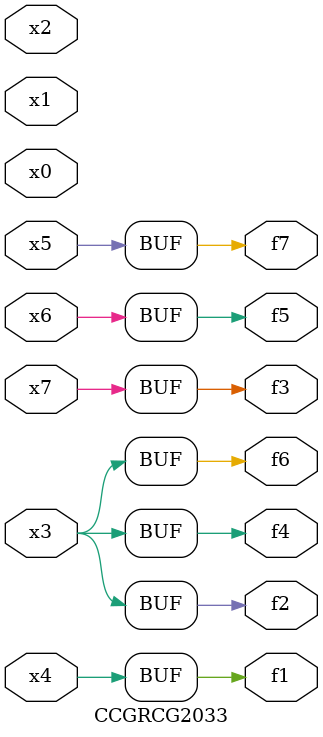
<source format=v>
module CCGRCG2033(
	input x0, x1, x2, x3, x4, x5, x6, x7,
	output f1, f2, f3, f4, f5, f6, f7
);
	assign f1 = x4;
	assign f2 = x3;
	assign f3 = x7;
	assign f4 = x3;
	assign f5 = x6;
	assign f6 = x3;
	assign f7 = x5;
endmodule

</source>
